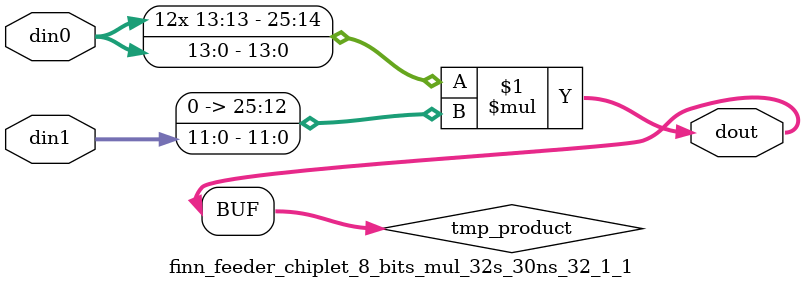
<source format=v>

`timescale 1 ns / 1 ps

  module finn_feeder_chiplet_8_bits_mul_32s_30ns_32_1_1(din0, din1, dout);
parameter ID = 1;
parameter NUM_STAGE = 0;
parameter din0_WIDTH = 14;
parameter din1_WIDTH = 12;
parameter dout_WIDTH = 26;

input [din0_WIDTH - 1 : 0] din0; 
input [din1_WIDTH - 1 : 0] din1; 
output [dout_WIDTH - 1 : 0] dout;

wire signed [dout_WIDTH - 1 : 0] tmp_product;












assign tmp_product = $signed(din0) * $signed({1'b0, din1});









assign dout = tmp_product;







endmodule

</source>
